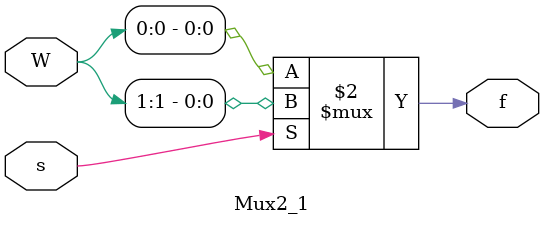
<source format=v>
module Mux2_1(W,s,f);
input [0:1]W;
input s;
output reg f;
always @(W or s)
f=s?W[1]:W[0];
endmodule

</source>
